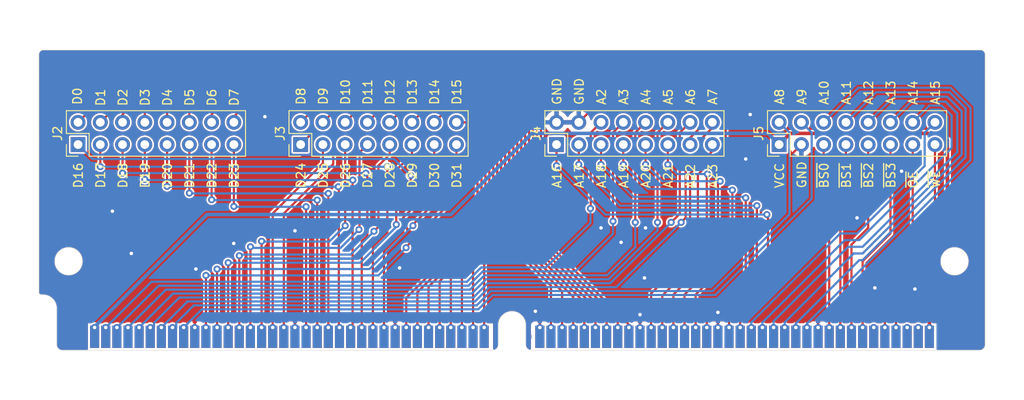
<source format=kicad_pcb>
(kicad_pcb (version 20221018) (generator pcbnew)
  (title_block (title "Raven SRAM module template") (date "2023") (rev "A") (company "www.happydaze.se") (comment 2 "PCB depth : 1.2mm") (comment 3 "Jedec Standard 21-C. Page 4.4.1-1") (comment 4 "72 pin SIMM module for SRAM"))
  (layers (0 "F.Cu" signal) (31 "B.Cu" signal) (34 "B.Paste" user) (35 "F.Paste" user) (36 "B.SilkS" user "B.Silkscreen") (37 "F.SilkS" user "F.Silkscreen") (38 "B.Mask" user) (39 "F.Mask" user) (44 "Edge.Cuts" user))
  (net 0 "")
  (net 1 "VCC")
  (net 2 "A2")
  (net 3 "A3")
  (net 4 "A4")
  (net 5 "A5")
  (net 6 "A6")
  (net 7 "A7")
  (net 8 "A8")
  (net 9 "A9")
  (net 10 "A10")
  (net 11 "A11")
  (net 12 "A12")
  (net 13 "GND")
  (net 14 "D31")
  (net 15 "D30")
  (net 16 "D29")
  (net 17 "D28")
  (net 18 "D27")
  (net 19 "D26")
  (net 20 "D25")
  (net 21 "D24")
  (net 22 "D23")
  (net 23 "D22")
  (net 24 "D21")
  (net 25 "D20")
  (net 26 "D19")
  (net 27 "D18")
  (net 28 "D17")
  (net 29 "D16")
  (net 30 "D15")
  (net 31 "D14")
  (net 32 "D13")
  (net 33 "D12")
  (net 34 "D11")
  (net 35 "D10")
  (net 36 "D9")
  (net 37 "D8")
  (net 38 "D7")
  (net 39 "D6")
  (net 40 "D5")
  (net 41 "D4")
  (net 42 "D3")
  (net 43 "D2")
  (net 44 "D1")
  (net 45 "D0")
  (net 46 "A23")
  (net 47 "A22")
  (net 48 "A21")
  (net 49 "A20")
  (net 50 "A19")
  (net 51 "A18")
  (net 52 "A17")
  (net 53 "A16")
  (net 54 "A15")
  (net 55 "A14")
  (net 56 "A13")
  (net 57 "~{BS0}")
  (net 58 "~{BS1}")
  (net 59 "~{BS2}")
  (net 60 "~{BS3}")
  (net 61 "~{OE}")
  (net 62 "~{WE}")
  (net 63 "unconnected-(J1-nc-Pad67)")
  (net 64 "unconnected-(J1-nc-Pad70)")
  (net 65 "unconnected-(J1-nc-Pad71)")
  (footprint "68k:SIMM72_edge" (layer "F.Cu") (at 51.0258 102.745)
    (fp_text reference "J1" hide)
    (fp_text value "SIMM72" hide)
    (fp_line (start 0 0) (end 0 6.096) (stroke (width 0.05)) (layer "Edge.Cuts"))
    (fp_line (start 0.254 6.35) (end 0.46 6.354793) (stroke (width 0.05)) (layer "Edge.Cuts"))
    (fp_line (start 2.03 12.065) (end 2.03 7.92) (stroke (width 0.05)) (layer "Edge.Cuts"))
    (fp_line (start 51.7652 12.7) (end 2.665 12.7) (stroke (width 0.05)) (layer "Edge.Cuts"))
    (fp_line (start 52.4002 12.065) (end 52.4002 9.8298) (stroke (width 0.05)) (layer "Edge.Cuts"))
    (fp_line (start 55.5498 12.065) (end 55.5498 9.8298) (stroke (width 0.05)) (layer "Edge.Cuts"))
    (fp_line (start 56.1848 12.7) (end 106.68 12.7) (stroke (width 0.05)) (layer "Edge.Cuts"))
    (fp_line (start 107.315 12.7) (end 106.68 12.7) (stroke (width 0.05)) (layer "Edge.Cuts"))
    (fp_line (start 107.95 0) (end 107.95 11.43) (stroke (width 0.05)) (layer "Edge.Cuts"))
    (fp_line (start 107.95 12.065) (end 107.95 11.43) (stroke (width 0.05)) (layer "Edge.Cuts"))
    (fp_arc (start 0.254 6.35) (mid 0.074395 6.275605) (end 0 6.096) (stroke (width 0.05)) (layer "Edge.Cuts"))
    (fp_arc (start 0.46 6.354793) (mid 1.568464 6.812942) (end 2.03 7.92) (stroke (width 0.05)) (layer "Edge.Cuts"))
    (fp_arc (start 2.665 12.7) (mid 2.215987 12.514013) (end 2.03 12.065) (stroke (width 0.05)) (layer "Edge.Cuts"))
    (fp_arc (start 52.4002 9.8298) (mid 53.975 8.255) (end 55.5498 9.8298) (stroke (width 0.05)) (layer "Edge.Cuts"))
    (fp_arc (start 52.4002 12.065) (mid 52.214213 12.514013) (end 51.7652 12.7) (stroke (width 0.05)) (layer "Edge.Cuts"))
    (fp_arc (start 56.1848 12.7) (mid 55.735787 12.514013) (end 55.5498 12.065) (stroke (width 0.05)) (layer "Edge.Cuts"))
    (fp_arc (start 107.95 12.065) (mid 107.764013 12.514013) (end 107.315 12.7) (stroke (width 0.05)) (layer "Edge.Cuts"))
    (fp_circle (center 3.38 2.54) (end 4.953 2.3114) (stroke (width 0.05)) (fill none) (layer "Edge.Cuts"))
    (fp_circle (center 104.4702 2.54) (end 106.0602 2.54) (stroke (width 0.05)) (fill none) (layer "Edge.Cuts"))
  )
  (footprint "Connector_PinHeader_2.54mm:PinHeader_2x08_P2.54mm_Vertical" (layer "F.Cu") (at 55.485 91.955 90)
    (fp_text reference "J2")
    (fp_text value "Conn_02x08_Row_Letter_Last" hide)
  )
  (footprint "Connector_PinHeader_2.54mm:PinHeader_2x08_P2.54mm_Vertical" (layer "F.Cu") (at 80.885 91.955 90)
    (fp_text reference "J3")
    (fp_text value "Conn_02x08_Row_Letter_Last" hide)
  )
  (footprint "Connector_PinHeader_2.54mm:PinHeader_2x08_P2.54mm_Vertical" (layer "F.Cu") (at 135.48 91.955 90)
    (fp_text reference "J5")
    (fp_text value "Conn_02x08_Row_Letter_Last" hide)
  )
  (footprint "Connector_PinHeader_2.54mm:PinHeader_2x08_P2.54mm_Vertical" (layer "F.Cu") (at 110.08 91.955 90)
    (fp_text reference "J4")
    (fp_text value "Conn_02x08_Row_Letter_Last" hide)
  )
  (gr_arc (start 51.025 81.663) (mid 51.17379 81.30379) (end 51.533 81.155) (stroke (width 0.05)) (layer "Edge.Cuts"))
  (gr_arc (start 158.467 81.155) (mid 158.82621 81.30379) (end 158.975 81.663) (stroke (width 0.05)) (layer "Edge.Cuts"))
  (gr_line (start 158.975 84.1776) (end 158.9758 102.745) (stroke (width 0.05)) (layer "Edge.Cuts"))
  (gr_line (start 51.025 84.1776) (end 51.025 81.663) (stroke (width 0.05)) (layer "Edge.Cuts"))
  (gr_line (start 158.975 84.1776) (end 158.975 81.663) (stroke (width 0.05)) (layer "Edge.Cuts"))
  (gr_line (start 51.025 84.1776) (end 51.0258 102.745) (stroke (width 0.05)) (layer "Edge.Cuts"))
  (gr_line (start 158.467 81.155) (end 51.533 81.155) (stroke (width 0.05)) (layer "Edge.Cuts"))
  (gr_text "D7" (at 73.885 87.645 90) (layer "F.SilkS") (effects (font (size 1 1)) (justify left bottom)))
  (gr_text "A23" (at 128.495 97.03 90) (layer "F.SilkS") (effects (font (size 1 1)) (justify left bottom)))
  (gr_text "A12" (at 146.275 87.505 90) (layer "F.SilkS") (effects (font (size 1 1)) (justify left bottom)))
  (gr_text "A20" (at 120.875 97.03 90) (layer "F.SilkS") (effects (font (size 1 1)) (justify left bottom)))
  (gr_text "~{OE}" (at 151.355 97.03 90) (layer "F.SilkS") (effects (font (size 1 1)) (justify left bottom)))
  (gr_text "D25" (at 84.045 97.03 90) (layer "F.SilkS") (effects (font (size 1 1)) (justify left bottom)))
  (gr_text "D22" (at 71.345 97.03 90) (layer "F.SilkS") (effects (font (size 1 1)) (justify left bottom)))
  (gr_text "A15" (at 153.895 87.505 90) (layer "F.SilkS") (effects (font (size 1 1)) (justify left bottom)))
  (gr_text "D0" (at 56 87.505 90) (layer "F.SilkS") (effects (font (size 1 1)) (justify left bottom)))
  (gr_text "A21" (at 123.415 97.03 90) (layer "F.SilkS") (effects (font (size 1 1)) (justify left bottom)))
  (gr_text "A11" (at 143.735 87.505 90) (layer "F.SilkS") (effects (font (size 1 1)) (justify left bottom)))
  (gr_text "A9" (at 138.655 87.505 90) (layer "F.SilkS") (effects (font (size 1 1)) (justify left bottom)))
  (gr_text "D30" (at 96.745 97.03 90) (layer "F.SilkS") (effects (font (size 1 1)) (justify left bottom)))
  (gr_text "D19" (at 63.725 97.03 90) (layer "F.SilkS") (effects (font (size 1 1)) (justify left bottom)))
  (gr_text "D29" (at 94.205 97.03 90) (layer "F.SilkS") (effects (font (size 1 1)) (justify left bottom)))
  (gr_text "D1" (at 58.645 87.645 90) (layer "F.SilkS") (effects (font (size 1 1)) (justify left bottom)))
  (gr_text "D10" (at 86.585 87.505 90) (layer "F.SilkS") (effects (font (size 1 1)) (justify left bottom)))
  (gr_text "D23" (at 73.885 97.03 90) (layer "F.SilkS") (effects (font (size 1 1)) (justify left bottom)))
  (gr_text "A6" (at 125.955 87.505 90) (layer "F.SilkS") (effects (font (size 1 1)) (justify left bottom)))
  (gr_text "D24" (at 81.505 97.03 90) (layer "F.SilkS") (effects (font (size 1 1)) (justify left bottom)))
  (gr_text "D13" (at 94.205 87.505 90) (layer "F.SilkS") (effects (font (size 1 1)) (justify left bottom)))
  (gr_text "A19" (at 118.335 97.03 90) (layer "F.SilkS") (effects (font (size 1 1)) (justify left bottom)))
  (gr_text "D11" (at 89.125 87.505 90) (layer "F.SilkS") (effects (font (size 1 1)) (justify left bottom)))
  (gr_text "D4" (at 66.265 87.645 90) (layer "F.SilkS") (effects (font (size 1 1)) (justify left bottom)))
  (gr_text "A13" (at 148.815 87.505 90) (layer "F.SilkS") (effects (font (size 1 1)) (justify left bottom)))
  (gr_text "D5" (at 68.805 87.645 90) (layer "F.SilkS") (effects (font (size 1 1)) (justify left bottom)))
  (gr_text "A7" (at 128.495 87.505 90) (layer "F.SilkS") (effects (font (size 1 1)) (justify left bottom)))
  (gr_text "A16" (at 110.715 97.03 90) (layer "F.SilkS") (effects (font (size 1 1)) (justify left bottom)))
  (gr_text "D16" (at 56.105 97.03 90) (layer "F.SilkS") (effects (font (size 1 1)) (justify left bottom)))
  (gr_text "A8" (at 136.115 87.505 90) (layer "F.SilkS") (effects (font (size 1 1)) (justify left bottom)))
  (gr_text "D9" (at 84.045 87.505 90) (layer "F.SilkS") (effects (font (size 1 1)) (justify left bottom)))
  (gr_text "~{WE}" (at 153.895 97.03 90) (layer "F.SilkS") (effects (font (size 1 1)) (justify left bottom)))
  (gr_text "VCC" (at 136.115 97.03 90) (layer "F.SilkS") (effects (font (size 1 1)) (justify left bottom)))
  (gr_text "~{BS3}" (at 148.815 97.03 90) (layer "F.SilkS") (effects (font (size 1 1)) (justify left bottom)))
  (gr_text "D26" (at 86.585 97.03 90) (layer "F.SilkS") (effects (font (size 1 1)) (justify left bottom)))
  (gr_text "D14" (at 96.745 87.505 90) (layer "F.SilkS") (effects (font (size 1 1)) (justify left bottom)))
  (gr_text "D6" (at 71.345 87.645 90) (layer "F.SilkS") (effects (font (size 1 1)) (justify left bottom)))
  (gr_text "GND" (at 110.715 87.505 90) (layer "F.SilkS") (effects (font (size 1 1)) (justify left bottom)))
  (gr_text "A4" (at 120.875 87.505 90) (layer "F.SilkS") (effects (font (size 1 1)) (justify left bottom)))
  (gr_text "A2" (at 115.795 87.505 90) (layer "F.SilkS") (effects (font (size 1 1)) (justify left bottom)))
  (gr_text "A10" (at 141.195 87.505 90) (layer "F.SilkS") (effects (font (size 1 1)) (justify left bottom)))
  (gr_text "D28" (at 91.665 97.03 90) (layer "F.SilkS") (effects (font (size 1 1)) (justify left bottom)))
  (gr_text "D31" (at 99.285 97.03 90) (layer "F.SilkS") (effects (font (size 1 1)) (justify left bottom)))
  (gr_text "~{BS0}" (at 141.195 97.03 90) (layer "F.SilkS") (effects (font (size 1 1)) (justify left bottom)))
  (gr_text "D21" (at 68.805 97.03 90) (layer "F.SilkS") (effects (font (size 1 1)) (justify left bottom)))
  (gr_text "GND" (at 113.255 87.505 90) (layer "F.SilkS") (effects (font (size 1 1)) (justify left bottom)))
  (gr_text "A18" (at 115.795 97.03 90) (layer "F.SilkS") (effects (font (size 1 1)) (justify left bottom)))
  (gr_text "A17" (at 113.255 97.03 90) (layer "F.SilkS") (effects (font (size 1 1)) (justify left bottom)))
  (gr_text "D2" (at 61.185 87.645 90) (layer "F.SilkS") (effects (font (size 1 1)) (justify left bottom)))
  (gr_text "D27" (at 89.125 97.03 90) (layer "F.SilkS") (effects (font (size 1 1)) (justify left bottom)))
  (gr_text "~{BS2}" (at 146.275 97.03 90) (layer "F.SilkS") (effects (font (size 1 1)) (justify left bottom)))
  (gr_text "D17" (at 58.645 97.03 90) (layer "F.SilkS") (effects (font (size 1 1)) (justify left bottom)))
  (gr_text "D15" (at 99.285 87.505 90) (layer "F.SilkS") (effects (font (size 1 1)) (justify left bottom)))
  (gr_text "D8" (at 81.505 87.505 90) (layer "F.SilkS") (effects (font (size 1 1)) (justify left bottom)))
  (gr_text "A3" (at 118.335 87.505 90) (layer "F.SilkS") (effects (font (size 1 1)) (justify left bottom)))
  (gr_text "D18" (at 61.185 97.03 90) (layer "F.SilkS") (effects (font (size 1 1)) (justify left bottom)))
  (gr_text "A5" (at 123.415 87.505 90) (layer "F.SilkS") (effects (font (size 1 1)) (justify left bottom)))
  (gr_text "A14" (at 151.355 87.505 90) (layer "F.SilkS") (effects (font (size 1 1)) (justify left bottom)))
  (gr_text "GND" (at 138.655 97.03 90) (layer "F.SilkS") (effects (font (size 1 1)) (justify left bottom)))
  (gr_text "D20" (at 66.265 97.03 90) (layer "F.SilkS") (effects (font (size 1 1)) (justify left bottom)))
  (gr_text "D12" (at 91.665 87.505 90) (layer "F.SilkS") (effects (font (size 1 1)) (justify left bottom)))
  (gr_text "~{BS1}" (at 143.735 97.03 90) (layer "F.SilkS") (effects (font (size 1 1)) (justify left bottom)))
  (gr_text "A22" (at 125.955 97.03 90) (layer "F.SilkS") (effects (font (size 1 1)) (justify left bottom)))
  (gr_text "D3" (at 63.725 87.645 90) (layer "F.SilkS") (effects (font (size 1 1)) (justify left bottom)))
  (segment (start 154.6824 101.9576) (end 152.625 104.015) (width 0.4064) (layer "F.Cu") (net 1))
  (segment (start 152.625 104.015) (end 152.625 112.8542) (width 0.4064) (layer "F.Cu") (net 1))
  (segment (start 153.895 90.68) (end 154.6824 91.4674) (width 0.4064) (layer "F.Cu") (net 1))
  (segment (start 135.48 91.955) (end 136.755 90.68) (width 0.4064) (layer "F.Cu") (net 1))
  (segment (start 154.6824 91.4674) (end 154.6824 101.9576) (width 0.4064) (layer "F.Cu") (net 1))
  (segment (start 136.755 90.68) (end 153.895 90.68) (width 0.4064) (layer "F.Cu") (net 1))
  (via (at 57.375 112.8542) (size 0.8) (drill 0.4) (layers "F.Cu" "B.Cu") (net 1))
  (via (at 152.625 112.8542) (size 0.8) (drill 0.4) (layers "F.Cu" "B.Cu") (net 1))
  (segment (start 70.202 99.951) (end 57.375 112.778) (width 0.4064) (layer "B.Cu") (net 1))
  (segment (start 134.205 90.68) (end 107.286 90.68) (width 0.4064) (layer "B.Cu") (net 1))
  (segment (start 98.015 99.951) (end 70.202 99.951) (width 0.4064) (layer "B.Cu") (net 1))
  (segment (start 135.48 91.955) (end 134.205 90.68) (width 0.4064) (layer "B.Cu") (net 1))
  (segment (start 107.286 90.68) (end 98.015 99.951) (width 0.4064) (layer "B.Cu") (net 1))
  (segment (start 57.375 112.778) (end 57.375 112.8542) (width 0.4064) (layer "B.Cu") (net 1))
  (segment (start 113.985 90.59) (end 115.16 89.415) (width 0.25) (layer "F.Cu") (net 2))
  (segment (start 113.949201 99.256799) (end 113.985 99.221) (width 0.25) (layer "F.Cu") (net 2))
  (segment (start 113.985 99.221) (end 113.985 90.59) (width 0.25) (layer "F.Cu") (net 2))
  (via (at 113.949201 99.256799) (size 0.8) (drill 0.4) (layers "F.Cu" "B.Cu") (net 2))
  (via (at 58.645 112.8542) (size 0.8) (drill 0.4) (layers "F.Cu" "B.Cu") (net 2))
  (segment (start 108.865 105.992) (end 101.48504 105.992) (width 0.25) (layer "B.Cu") (net 2))
  (segment (start 99.84784 107.6292) (end 63.87 107.6292) (width 0.25) (layer "B.Cu") (net 2))
  (segment (start 113.949201 100.907799) (end 108.865 105.992) (width 0.25) (layer "B.Cu") (net 2))
  (segment (start 63.87 107.6292) (end 58.645 112.8542) (width 0.25) (layer "B.Cu") (net 2))
  (segment (start 113.949201 99.256799) (end 113.949201 100.907799) (width 0.25) (layer "B.Cu") (net 2))
  (segment (start 101.48504 105.992) (end 99.84784 107.6292) (width 0.25) (layer "B.Cu") (net 2))
  (segment (start 116.525 90.59) (end 117.7 89.415) (width 0.25) (layer "F.Cu") (net 3))
  (segment (start 116.525 100.713) (end 116.525 90.59) (width 0.25) (layer "F.Cu") (net 3))
  (via (at 116.525 100.713) (size 0.8) (drill 0.4) (layers "F.Cu" "B.Cu") (net 3))
  (via (at 59.915 112.8542) (size 0.8) (drill 0.4) (layers "F.Cu" "B.Cu") (net 3))
  (segment (start 100.034236 108.0792) (end 64.69 108.0792) (width 0.25) (layer "B.Cu") (net 3))
  (segment (start 116.525 102.142) (end 112.225 106.442) (width 0.25) (layer "B.Cu") (net 3))
  (segment (start 64.69 108.0792) (end 59.915 112.8542) (width 0.25) (layer "B.Cu") (net 3))
  (segment (start 116.525 100.713) (end 116.525 102.142) (width 0.25) (layer "B.Cu") (net 3))
  (segment (start 112.225 106.442) (end 101.671436 106.442) (width 0.25) (layer "B.Cu") (net 3))
  (segment (start 101.671436 106.442) (end 100.034236 108.0792) (width 0.25) (layer "B.Cu") (net 3))
  (segment (start 119.065 90.59) (end 120.24 89.415) (width 0.25) (layer "F.Cu") (net 4))
  (segment (start 119.065 100.84) (end 119.065 90.59) (width 0.25) (layer "F.Cu") (net 4))
  (via (at 61.185 112.8542) (size 0.8) (drill 0.4) (layers "F.Cu" "B.Cu") (net 4))
  (via (at 119.065 100.84) (size 0.8) (drill 0.4) (layers "F.Cu" "B.Cu") (net 4))
  (segment (start 119.065 103.663208) (end 115.836208 106.892) (width 0.25) (layer "B.Cu") (net 4))
  (segment (start 100.220632 108.5292) (end 65.51 108.5292) (width 0.25) (layer "B.Cu") (net 4))
  (segment (start 101.857832 106.892) (end 100.220632 108.5292) (width 0.25) (layer "B.Cu") (net 4))
  (segment (start 119.065 100.84) (end 119.065 103.663208) (width 0.25) (layer "B.Cu") (net 4))
  (segment (start 65.51 108.5292) (end 61.185 112.8542) (width 0.25) (layer "B.Cu") (net 4))
  (segment (start 115.836208 106.892) (end 101.857832 106.892) (width 0.25) (layer "B.Cu") (net 4))
  (segment (start 121.605 90.59) (end 122.78 89.415) (width 0.25) (layer "F.Cu") (net 5))
  (segment (start 121.605 100.84) (end 121.605 90.59) (width 0.25) (layer "F.Cu") (net 5))
  (via (at 121.605 100.84) (size 0.8) (drill 0.4) (layers "F.Cu" "B.Cu") (net 5))
  (via (at 62.455 112.8542) (size 0.8) (drill 0.4) (layers "F.Cu" "B.Cu") (net 5))
  (segment (start 121.605 100.84) (end 121.605 101.759604) (width 0.25) (layer "B.Cu") (net 5))
  (segment (start 116.022604 107.342) (end 102.044228 107.342) (width 0.25) (layer "B.Cu") (net 5))
  (segment (start 100.407028 108.9792) (end 66.33 108.9792) (width 0.25) (layer "B.Cu") (net 5))
  (segment (start 121.605 101.759604) (end 116.022604 107.342) (width 0.25) (layer "B.Cu") (net 5))
  (segment (start 102.044228 107.342) (end 100.407028 108.9792) (width 0.25) (layer "B.Cu") (net 5))
  (segment (start 66.33 108.9792) (end 62.455 112.8542) (width 0.25) (layer "B.Cu") (net 5))
  (segment (start 124.145 90.59) (end 125.32 89.415) (width 0.25) (layer "F.Cu") (net 6))
  (segment (start 124.145 99.856) (end 124.145 90.59) (width 0.25) (layer "F.Cu") (net 6))
  (segment (start 123.161 100.84) (end 124.145 99.856) (width 0.25) (layer "F.Cu") (net 6))
  (via (at 63.725 112.8542) (size 0.8) (drill 0.4) (layers "F.Cu" "B.Cu") (net 6))
  (via (at 123.161 100.84) (size 0.8) (drill 0.4) (layers "F.Cu" "B.Cu") (net 6))
  (segment (start 63.725 112.8542) (end 64.15 112.8542) (width 0.25) (layer "B.Cu") (net 6))
  (segment (start 64.15 112.8542) (end 64.15 112.326) (width 0.25) (layer "B.Cu") (net 6))
  (segment (start 64.15 112.326) (end 67.0468 109.4292) (width 0.25) (layer "B.Cu") (net 6))
  (segment (start 102.230624 107.792) (end 116.209 107.792) (width 0.25) (layer "B.Cu") (net 6))
  (segment (start 67.0468 109.4292) (end 100.593424 109.4292) (width 0.25) (layer "B.Cu") (net 6))
  (segment (start 100.593424 109.4292) (end 102.230624 107.792) (width 0.25) (layer "B.Cu") (net 6))
  (segment (start 116.209 107.792) (end 123.161 100.84) (width 0.25) (layer "B.Cu") (net 6))
  (segment (start 124.812 94.617) (end 126.59 92.839) (width 0.25) (layer "F.Cu") (net 7))
  (segment (start 124.304 100.84) (end 124.812 100.332) (width 0.25) (layer "F.Cu") (net 7))
  (segment (start 127.86 90.045) (end 127.86 89.415) (width 0.25) (layer "F.Cu") (net 7))
  (segment (start 126.59 91.315) (end 127.86 90.045) (width 0.25) (layer "F.Cu") (net 7))
  (segment (start 126.59 92.839) (end 126.59 91.315) (width 0.25) (layer "F.Cu") (net 7))
  (segment (start 124.812 100.332) (end 124.812 94.617) (width 0.25) (layer "F.Cu") (net 7))
  (via (at 124.304 100.84) (size 0.8) (drill 0.4) (layers "F.Cu" "B.Cu") (net 7))
  (via (at 64.995 112.8542) (size 0.8) (drill 0.4) (layers "F.Cu" "B.Cu") (net 7))
  (segment (start 124.304 100.84) (end 116.902 108.242) (width 0.25) (layer "B.Cu") (net 7))
  (segment (start 100.77982 109.8792) (end 67.97 109.8792) (width 0.25) (layer "B.Cu") (net 7))
  (segment (start 116.902 108.242) (end 102.41702 108.242) (width 0.25) (layer "B.Cu") (net 7))
  (segment (start 102.41702 108.242) (end 100.77982 109.8792) (width 0.25) (layer "B.Cu") (net 7))
  (segment (start 67.97 109.8792) (end 64.995 112.8542) (width 0.25) (layer "B.Cu") (net 7))
  (via (at 66.265 112.8542) (size 0.8) (drill 0.4) (layers "F.Cu" "B.Cu") (net 8))
  (segment (start 66.69 112.8542) (end 66.69 112.326) (width 0.25) (layer "B.Cu") (net 8))
  (segment (start 100.966216 110.3292) (end 102.603416 108.692) (width 0.25) (layer "B.Cu") (net 8))
  (segment (start 66.265 112.8542) (end 66.69 112.8542) (width 0.25) (layer "B.Cu") (net 8))
  (segment (start 66.69 112.326) (end 68.6868 110.3292) (width 0.25) (layer "B.Cu") (net 8))
  (segment (start 68.6868 110.3292) (end 100.966216 110.3292) (width 0.25) (layer "B.Cu") (net 8))
  (segment (start 102.603416 108.692) (end 127.882 108.692) (width 0.25) (layer "B.Cu") (net 8))
  (segment (start 136.655 99.919) (end 136.655 90.59) (width 0.25) (layer "B.Cu") (net 8))
  (segment (start 136.655 90.59) (end 135.48 89.415) (width 0.25) (layer "B.Cu") (net 8))
  (segment (start 127.882 108.692) (end 136.655 99.919) (width 0.25) (layer "B.Cu") (net 8))
  (via (at 67.535 112.8542) (size 0.8) (drill 0.4) (layers "F.Cu" "B.Cu") (net 9))
  (segment (start 139.195 98.141) (end 128.194 109.142) (width 0.25) (layer "B.Cu") (net 9))
  (segment (start 101.152612 110.7792) (end 69.61 110.7792) (width 0.25) (layer "B.Cu") (net 9))
  (segment (start 102.789812 109.142) (end 101.152612 110.7792) (width 0.25) (layer "B.Cu") (net 9))
  (segment (start 128.194 109.142) (end 102.789812 109.142) (width 0.25) (layer "B.Cu") (net 9))
  (segment (start 69.61 110.7792) (end 67.535 112.8542) (width 0.25) (layer "B.Cu") (net 9))
  (segment (start 139.195 90.59) (end 139.195 98.141) (width 0.25) (layer "B.Cu") (net 9))
  (segment (start 138.02 89.415) (end 139.195 90.59) (width 0.25) (layer "B.Cu") (net 9))
  (via (at 138.655 112.8542) (size 0.8) (drill 0.4) (layers "F.Cu" "B.Cu") (net 10))
  (segment (start 157.324 87.754812) (end 155.031188 85.462) (width 0.25) (layer "B.Cu") (net 10))
  (segment (start 157.324 93.728) (end 157.324 87.754812) (width 0.25) (layer "B.Cu") (net 10))
  (segment (start 155.031188 85.462) (end 144.513 85.462) (width 0.25) (layer "B.Cu") (net 10))
  (segment (start 144.513 85.462) (end 140.56 89.415) (width 0.25) (layer "B.Cu") (net 10))
  (segment (start 138.655 112.8542) (end 138.655 112.397) (width 0.25) (layer "B.Cu") (net 10))
  (segment (start 138.655 112.397) (end 157.324 93.728) (width 0.25) (layer "B.Cu") (net 10))
  (via (at 137.385 112.8542) (size 0.8) (drill 0.4) (layers "F.Cu" "B.Cu") (net 11))
  (segment (start 154.913792 85.981) (end 146.534 85.981) (width 0.25) (layer "B.Cu") (net 11))
  (segment (start 146.534 85.981) (end 143.1 89.415) (width 0.25) (layer "B.Cu") (net 11))
  (segment (start 144.624 105.158) (end 145.005 105.158) (width 0.25) (layer "B.Cu") (net 11))
  (segment (start 137.385 112.397) (end 144.624 105.158) (width 0.25) (layer "B.Cu") (net 11))
  (segment (start 137.385 112.8542) (end 137.385 112.397) (width 0.25) (layer "B.Cu") (net 11))
  (segment (start 156.758 93.405) (end 156.758 87.825208) (width 0.25) (layer "B.Cu") (net 11))
  (segment (start 145.005 105.158) (end 156.758 93.405) (width 0.25) (layer "B.Cu") (net 11))
  (segment (start 156.758 87.825208) (end 154.913792 85.981) (width 0.25) (layer "B.Cu") (net 11))
  (via (at 136.115 112.8542) (size 0.8) (drill 0.4) (layers "F.Cu" "B.Cu") (net 12))
  (segment (start 156.308 93.093) (end 156.308 88.139302) (width 0.25) (layer "B.Cu") (net 12))
  (segment (start 156.308 88.139302) (end 154.657698 86.489) (width 0.25) (layer "B.Cu") (net 12))
  (segment (start 154.657698 86.489) (end 148.566 86.489) (width 0.25) (layer "B.Cu") (net 12))
  (segment (start 136.115 112.8542) (end 136.115 112.27) (width 0.25) (layer "B.Cu") (net 12))
  (segment (start 143.989 104.396) (end 145.005 104.396) (width 0.25) (layer "B.Cu") (net 12))
  (segment (start 148.566 86.489) (end 145.64 89.415) (width 0.25) (layer "B.Cu") (net 12))
  (segment (start 145.005 104.396) (end 156.308 93.093) (width 0.25) (layer "B.Cu") (net 12))
  (segment (start 136.115 112.27) (end 143.989 104.396) (width 0.25) (layer "B.Cu") (net 12))
  (segment (start 108.175 111.508) (end 107.667 111) (width 0.25) (layer "F.Cu") (net 13))
  (segment (start 110.08 89.415) (end 112.62 89.415) (width 0.25) (layer "F.Cu") (net 13))
  (segment (start 119.605 112.8542) (end 119.605 111.381) (width 0.25) (layer "F.Cu") (net 13))
  (segment (start 139.925 112.8542) (end 139.925 104.015) (width 0.25) (layer "F.Cu") (net 13))
  (segment (start 108.175 112.8542) (end 108.175 111.508) (width 0.25) (layer "F.Cu") (net 13))
  (segment (start 80.235 101.8052) (end 80.235 112.8542) (width 0.25) (layer "F.Cu") (net 13))
  (segment (start 128.965 87.79) (end 134.395 93.22) (width 0.25) (layer "F.Cu") (net 13))
  (segment (start 139.925 104.015) (end 138.02 102.11) (width 0.25) (layer "F.Cu") (net 13))
  (segment (start 68.805 112.8542) (end 68.805 106.301) (width 0.25) (layer "F.Cu") (net 13))
  (segment (start 112.62 89.415) (end 114.245 87.79) (width 0.25) (layer "F.Cu") (net 13))
  (segment (start 114.245 87.79) (end 128.965 87.79) (width 0.25) (layer "F.Cu") (net 13))
  (segment (start 68.805 106.301) (end 68.932 106.174) (width 0.25) (layer "F.Cu") (net 13))
  (segment (start 136.755 93.22) (end 138.02 91.955) (width 0.25) (layer "F.Cu") (net 13))
  (segment (start 138.02 102.11) (end 138.02 91.955) (width 0.25) (layer "F.Cu") (net 13))
  (segment (start 128.495 112.8542) (end 128.495 111.127) (width 0.25) (layer "F.Cu") (net 13))
  (segment (start 134.395 93.22) (end 136.755 93.22) (width 0.25) (layer "F.Cu") (net 13))
  (segment (start 91.665 112.8542) (end 91.665 106.555) (width 0.25) (layer "F.Cu") (net 13))
  (segment (start 91.665 106.555) (end 92.173 106.047) (width 0.25) (layer "F.Cu") (net 13))
  (via (at 128.495 112.8542) (size 0.8) (drill 0.4) (layers "F.Cu" "B.Cu") (net 13))
  (via (at 149.45 94.998) (size 0.8) (drill 0.4) (layers "F.Cu" "B.Cu") (net 13))
  (via (at 68.805 112.8542) (size 0.8) (drill 0.4) (layers "F.Cu" "B.Cu") (net 13))
  (via (at 131.67 93.601) (size 0.8) (drill 0.4) (layers "F.Cu" "B.Cu") (net 13))
  (via (at 115.16 101.475) (size 0.8) (drill 0.4) (layers "F.Cu" "B.Cu") (net 13))
  (via (at 73.25 103.253) (size 0.8) (drill 0.4) (layers "F.Cu" "B.Cu") (net 13))
  (via (at 68.932 106.174) (size 0.8) (drill 0.4) (layers "F.Cu" "B.Cu") (net 13))
  (via (at 61.566 104.396) (size 0.8) (drill 0.4) (layers "F.Cu" "B.Cu") (net 13))
  (via (at 76.806 88.775) (size 0.8) (drill 0.4) (layers "F.Cu" "B.Cu") (net 13))
  (via (at 91.665 112.8542) (size 0.8) (drill 0.4) (layers "F.Cu" "B.Cu") (net 13))
  (via (at 117.446 103.126) (size 0.8) (drill 0.4) (layers "F.Cu" "B.Cu") (net 13))
  (via (at 120.24 101.475) (size 0.8) (drill 0.4) (layers "F.Cu" "B.Cu") (net 13))
  (via (at 132.178 88.521) (size 0.8) (drill 0.4) (layers "F.Cu" "B.Cu") (net 13))
  (via (at 107.667 111) (size 0.8) (drill 0.4) (layers "F.Cu" "B.Cu") (net 13))
  (via (at 108.175 112.8542) (size 0.8) (drill 0.4) (layers "F.Cu" "B.Cu") (net 13))
  (via (at 139.925 112.8542) (size 0.8) (drill 0.4) (layers "F.Cu" "B.Cu") (net 13))
  (via (at 119.605 111.381) (size 0.8) (drill 0.4) (layers "F.Cu" "B.Cu") (net 13))
  (via (at 120.113 107.19) (size 0.8) (drill 0.4) (layers "F.Cu" "B.Cu") (net 13))
  (via (at 128.495 111.127) (size 0.8) (drill 0.4) (layers "F.Cu" "B.Cu") (net 13))
  (via (at 59.407 99.57) (size 0.8) (drill 0.4) (layers "F.Cu" "B.Cu") (net 13))
  (via (at 92.173 106.047) (size 0.8) (drill 0.4) (layers "F.Cu" "B.Cu") (net 13))
  (via (at 144.37 100.332) (size 0.8) (drill 0.4) (layers "F.Cu" "B.Cu") (net 13))
  (via (at 146.402 108.333) (size 0.8) (drill 0.4) (layers "F.Cu" "B.Cu") (net 13))
  (via (at 150.974 108.46) (size 0.8) (drill 0.4) (layers "F.Cu" "B.Cu") (net 13))
  (via (at 119.605 112.8542) (size 0.8) (drill 0.4) (layers "F.Cu" "B.Cu") (net 13))
  (via (at 80.235 112.8542) (size 0.8) (drill 0.4) (layers "F.Cu" "B.Cu") (net 13))
  (via (at 80.235 101.8052) (size 0.8) (drill 0.4) (layers "F.Cu" "B.Cu") (net 13))
  (segment (start 92.917201 103.651799) (end 98.665 97.904) (width 0.25) (layer "F.Cu") (net 14))
  (segment (start 92.917201 103.743201) (end 92.917201 103.651799) (width 0.25) (layer "F.Cu") (net 14))
  (segment (start 98.665 97.904) (end 98.665 91.955) (width 0.25) (layer "F.Cu") (net 14))
  (segment (start 70.075 106.9047) (end 70.075 112.8542) (width 0.25) (layer "F.Cu") (net 14))
  (via (at 70.075 112.8542) (size 0.8) (drill 0.4) (layers "F.Cu" "B.Cu") (net 14))
  (via (at 92.917201 103.743201) (size 0.8) (drill 0.4) (layers "F.Cu" "B.Cu") (net 14))
  (via (at 70.075 106.9047) (size 0.8) (drill 0.4) (layers "F.Cu" "B.Cu") (net 14))
  (segment (start 89.755702 106.9047) (end 86.423908 106.9047) (width 0.25) (layer "B.Cu") (net 14))
  (segment (start 92.917201 103.743201) (end 89.755702 106.9047) (width 0.25) (layer "B.Cu") (net 14))
  (segment (start 86.423408 106.9052) (end 70.0755 106.9052) (width 0.25) (layer "B.Cu") (net 14))
  (segment (start 86.423908 106.9047) (end 86.423408 106.9052) (width 0.25) (layer "B.Cu") (net 14))
  (segment (start 70.0755 106.9052) (end 70.075 106.9047) (width 0.25) (layer "B.Cu") (net 14))
  (segment (start 71.345 106.1802) (end 71.345 112.8542) (width 0.25) (layer "F.Cu") (net 15))
  (segment (start 93.697 101.094) (end 96.125 98.666) (width 0.25) (layer "F.Cu") (net 15))
  (segment (start 93.697 101.221) (end 93.697 101.094) (width 0.25) (layer "F.Cu") (net 15))
  (segment (start 96.125 98.666) (end 96.125 91.955) (width 0.25) (layer "F.Cu") (net 15))
  (via (at 71.345 112.8542) (size 0.8) (drill 0.4) (layers "F.Cu" "B.Cu") (net 15))
  (via (at 93.697 101.221) (size 0.8) (drill 0.4) (layers "F.Cu" "B.Cu") (net 15))
  (via (at 71.345 106.1802) (size 0.8) (drill 0.4) (layers "F.Cu" "B.Cu") (net 15))
  (segment (start 93.697 101.221) (end 88.7378 106.1802) (width 0.25) (layer "B.Cu") (net 15))
  (segment (start 88.7378 106.1802) (end 71.345 106.1802) (width 0.25) (layer "B.Cu") (net 15))
  (segment (start 91.792 101.094) (end 91.792 94.871) (width 0.25) (layer "F.Cu") (net 16))
  (segment (start 72.615 105.4557) (end 72.615 112.8542) (width 0.25) (layer "F.Cu") (net 16))
  (segment (start 91.792 94.871) (end 93.585 93.078) (width 0.25) (layer "F.Cu") (net 16))
  (segment (start 93.585 93.078) (end 93.585 91.955) (width 0.25) (layer "F.Cu") (net 16))
  (via (at 72.615 112.8542) (size 0.8) (drill 0.4) (layers "F.Cu" "B.Cu") (net 16))
  (via (at 72.615 105.4557) (size 0.8) (drill 0.4) (layers "F.Cu" "B.Cu") (net 16))
  (via (at 91.792 101.094) (size 0.8) (drill 0.4) (layers "F.Cu" "B.Cu") (net 16))
  (segment (start 91.792 101.348) (end 87.6843 105.4557) (width 0.25) (layer "B.Cu") (net 16))
  (segment (start 91.792 101.094) (end 91.792 101.348) (width 0.25) (layer "B.Cu") (net 16))
  (segment (start 87.6843 105.4557) (end 72.615 105.4557) (width 0.25) (layer "B.Cu") (net 16))
  (segment (start 89.252 101.856) (end 89.76 101.348) (width 0.25) (layer "F.Cu") (net 17))
  (segment (start 73.885 104.65) (end 73.885 112.8542) (width 0.25) (layer "F.Cu") (net 17))
  (segment (start 89.76 101.348) (end 89.76 94.363) (width 0.25) (layer "F.Cu") (net 17))
  (segment (start 91.045 93.078) (end 91.045 91.955) (width 0.25) (layer "F.Cu") (net 17))
  (segment (start 89.76 94.363) (end 91.045 93.078) (width 0.25) (layer "F.Cu") (net 17))
  (via (at 73.885 112.8542) (size 0.8) (drill 0.4) (layers "F.Cu" "B.Cu") (net 17))
  (via (at 73.885 104.65) (size 0.8) (drill 0.4) (layers "F.Cu" "B.Cu") (net 17))
  (via (at 89.252 101.856) (size 0.8) (drill 0.4) (layers "F.Cu" "B.Cu") (net 17))
  (segment (start 74.012 104.523) (end 73.885 104.65) (width 0.25) (layer "B.Cu") (net 17))
  (segment (start 89.252 101.856) (end 86.585 104.523) (width 0.25) (layer "B.Cu") (net 17))
  (segment (start 86.585 104.523) (end 74.012 104.523) (width 0.25) (layer "B.Cu") (net 17))
  (segment (start 87.5375 101.6655) (end 87.601 101.602) (width 0.25) (layer "F.Cu") (net 18))
  (segment (start 75.155 103.634) (end 75.155 112.8542) (width 0.25) (layer "F.Cu") (net 18))
  (segment (start 87.601 101.602) (end 87.601 92.859) (width 0.25) (layer "F.Cu") (net 18))
  (segment (start 87.601 92.859) (end 88.505 91.955) (width 0.25) (layer "F.Cu") (net 18))
  (via (at 75.155 103.634) (size 0.8) (drill 0.4) (layers "F.Cu" "B.Cu") (net 18))
  (via (at 75.155 112.8542) (size 0.8) (drill 0.4) (layers "F.Cu" "B.Cu") (net 18))
  (via (at 87.5375 101.6655) (size 0.8) (drill 0.4) (layers "F.Cu" "B.Cu") (net 18))
  (segment (start 87.5375 101.6655) (end 85.442 103.761) (width 0.25) (layer "B.Cu") (net 18))
  (segment (start 85.442 103.761) (end 75.282 103.761) (width 0.25) (layer "B.Cu") (net 18))
  (segment (start 75.282 103.761) (end 75.155 103.634) (width 0.25) (layer "B.Cu") (net 18))
  (segment (start 85.965 101.221) (end 85.965 91.955) (width 0.25) (layer "F.Cu") (net 19))
  (segment (start 76.425 102.999) (end 76.425 112.8542) (width 0.25) (layer "F.Cu") (net 19))
  (via (at 76.425 112.8542) (size 0.8) (drill 0.4) (layers "F.Cu" "B.Cu") (net 19))
  (via (at 85.965 101.221) (size 0.8) (drill 0.4) (layers "F.Cu" "B.Cu") (net 19))
  (via (at 76.425 102.999) (size 0.8) (drill 0.4) (layers "F.Cu" "B.Cu") (net 19))
  (segment (start 76.4625 103.0365) (end 76.425 102.999) (width 0.25) (layer "B.Cu") (net 19))
  (segment (start 84.1495 103.0365) (end 76.4625 103.0365) (width 0.25) (layer "B.Cu") (net 19))
  (segment (start 85.965 101.221) (end 84.1495 103.0365) (width 0.25) (layer "B.Cu") (net 19))
  (segment (start 83.425 94.094) (end 77.695 99.824) (width 0.25) (layer "F.Cu") (net 20))
  (segment (start 83.425 91.955) (end 83.425 94.094) (width 0.25) (layer "F.Cu") (net 20))
  (segment (start 77.695 99.824) (end 77.695 112.8542) (width 0.25) (layer "F.Cu") (net 20))
  (via (at 77.695 112.8542) (size 0.8) (drill 0.4) (layers "F.Cu" "B.Cu") (net 20))
  (segment (start 84.6 91.235) (end 84.6 94.189) (width 0.25) (layer "F.Cu") (net 21))
  (segment (start 82.25 90.59) (end 83.955 90.59) (width 0.25) (layer "F.Cu") (net 21))
  (segment (start 78.965 99.824) (end 78.965 112.8542) (width 0.25) (layer "F.Cu") (net 21))
  (segment (start 84.6 94.189) (end 78.965 99.824) (width 0.25) (layer "F.Cu") (net 21))
  (segment (start 80.885 91.955) (end 82.25 90.59) (width 0.25) (layer "F.Cu") (net 21))
  (segment (start 83.955 90.59) (end 84.6 91.235) (width 0.25) (layer "F.Cu") (net 21))
  (via (at 78.965 112.8542) (size 0.8) (drill 0.4) (layers "F.Cu" "B.Cu") (net 21))
  (segment (start 73.265 99.0245) (end 73.265 91.955) (width 0.25) (layer "F.Cu") (net 22))
  (segment (start 81.505 112.8542) (end 81.505 99.062) (width 0.25) (layer "F.Cu") (net 22))
  (via (at 81.505 99.062) (size 0.8) (drill 0.4) (layers "F.Cu" "B.Cu") (net 22))
  (via (at 81.505 112.8542) (size 0.8) (drill 0.4) (layers "F.Cu" "B.Cu") (net 22))
  (via (at 73.265 99.0245) (size 0.8) (drill 0.4) (layers "F.Cu" "B.Cu") (net 22))
  (segment (start 73.3025 99.062) (end 73.265 99.0245) (width 0.25) (layer "B.Cu") (net 22))
  (segment (start 81.505 99.062) (end 73.3025 99.062) (width 0.25) (layer "B.Cu") (net 22))
  (segment (start 82.775 112.8542) (end 82.775 98.3) (width 0.25) (layer "F.Cu") (net 23))
  (segment (start 70.725 98.2625) (end 70.725 91.955) (width 0.25) (layer "F.Cu") (net 23))
  (via (at 82.775 112.8542) (size 0.8) (drill 0.4) (layers "F.Cu" "B.Cu") (net 23))
  (via (at 70.725 98.2625) (size 0.8) (drill 0.4) (layers "F.Cu" "B.Cu") (net 23))
  (via (at 82.775 98.3) (size 0.8) (drill 0.4) (layers "F.Cu" "B.Cu") (net 23))
  (segment (start 70.7625 98.3) (end 70.725 98.2625) (width 0.25) (layer "B.Cu") (net 23))
  (segment (start 82.775 98.3) (end 70.7625 98.3) (width 0.25) (layer "B.Cu") (net 23))
  (segment (start 68.185 97.5005) (end 68.185 91.955) (width 0.25) (layer "F.Cu") (net 24))
  (segment (start 84.045 97.538) (end 84.045 112.8542) (width 0.25) (layer "F.Cu") (net 24))
  (via (at 68.185 97.5005) (size 0.8) (drill 0.4) (layers "F.Cu" "B.Cu") (net 24))
  (via (at 84.045 112.8542) (size 0.8) (drill 0.4) (layers "F.Cu" "B.Cu") (net 24))
  (via (at 84.045 97.538) (size 0.8) (drill 0.4) (layers "F.Cu" "B.Cu") (net 24))
  (segment (start 84.045 97.538) (end 68.2225 97.538) (width 0.25) (layer "B.Cu") (net 24))
  (segment (start 68.2225 97.538) (end 68.185 97.5005) (width 0.25) (layer "B.Cu") (net 24))
  (segment (start 65.645 96.7385) (end 65.645 91.955) (width 0.25) (layer "F.Cu") (net 25))
  (segment (start 85.315 112.8542) (end 85.24 112.7792) (width 0.25) (layer "F.Cu") (net 25))
  (segment (start 85.24 112.7792) (end 85.24 96.828) (width 0.25) (layer "F.Cu") (net 25))
  (segment (start 85.24 96.828) (end 85.188 96.776) (width 0.25) (layer "F.Cu") (net 25))
  (via (at 85.315 112.8542) (size 0.8) (drill 0.4) (layers "F.Cu" "B.Cu") (net 25))
  (via (at 85.188 96.776) (size 0.8) (drill 0.4) (layers "F.Cu" "B.Cu") (net 25))
  (via (at 65.645 96.7385) (size 0.8) (drill 0.4) (layers "F.Cu" "B.Cu") (net 25))
  (segment (start 65.6825 96.776) (end 65.645 96.7385) (width 0.25) (layer "B.Cu") (net 25))
  (segment (start 85.188 96.776) (end 65.6825 96.776) (width 0.25) (layer "B.Cu") (net 25))
  (segment (start 86.8125 112.6267) (end 86.8125 96.0405) (width 0.25) (layer "F.Cu") (net 26))
  (segment (start 86.8125 96.0405) (end 86.839 96.014) (width 0.25) (layer "F.Cu") (net 26))
  (segment (start 86.585 112.8542) (end 86.8125 112.6267) (width 0.25) (layer "F.Cu") (net 26))
  (segment (start 63.105 95.939) (end 63.105 91.955) (width 0.25) (layer "F.Cu") (net 26))
  (via (at 86.585 112.8542) (size 0.8) (drill 0.4) (layers "F.Cu" "B.Cu") (net 26))
  (via (at 86.839 96.014) (size 0.8) (drill 0.4) (layers "F.Cu" "B.Cu") (net 26))
  (via (at 63.105 95.939) (size 0.8) (drill 0.4) (layers "F.Cu" "B.Cu") (net 26))
  (segment (start 63.18 96.014) (end 63.105 95.939) (width 0.25) (layer "B.Cu") (net 26))
  (segment (start 86.839 96.014) (end 63.18 96.014) (width 0.25) (layer "B.Cu") (net 26))
  (segment (start 88.49 102.364) (end 88.49 95.379) (width 0.25) (layer "F.Cu") (net 27))
  (segment (start 87.855 112.8542) (end 87.855 102.999) (width 0.25) (layer "F.Cu") (net 27))
  (segment (start 88.49 95.379) (end 88.3255 95.2145) (width 0.25) (layer "F.Cu") (net 27))
  (segment (start 87.855 102.999) (end 88.49 102.364) (width 0.25) (layer "F.Cu") (net 27))
  (segment (start 60.565 95.2145) (end 60.565 91.955) (width 0.25) (layer "F.Cu") (net 27))
  (via (at 88.3255 95.2145) (size 0.8) (drill 0.4) (layers "F.Cu" "B.Cu") (net 27))
  (via (at 87.855 112.8542) (size 0.8) (drill 0.4) (layers "F.Cu" "B.Cu") (net 27))
  (via (at 60.565 95.2145) (size 0.8) (drill 0.4) (layers "F.Cu" "B.Cu") (net 27))
  (segment (start 88.3255 95.2145) (end 60.565 95.2145) (width 0.25) (layer "B.Cu") (net 27))
  (segment (start 89.125 112.8542) (end 89.125 103.634) (width 0.25) (layer "F.Cu") (net 28))
  (segment (start 89.125 103.634) (end 90.776 101.983) (width 0.25) (layer "F.Cu") (net 28))
  (segment (start 58.025 94.49) (end 58.025 91.955) (width 0.25) (layer "F.Cu") (net 28))
  (segment (start 90.776 101.983) (end 90.776 94.49) (width 0.25) (layer "F.Cu") (net 28))
  (via (at 58.025 94.49) (size 0.8) (drill 0.4) (layers "F.Cu" "B.Cu") (net 28))
  (via (at 90.776 94.49) (size 0.8) (drill 0.4) (layers "F.Cu" "B.Cu") (net 28))
  (via (at 89.125 112.8542) (size 0.8) (drill 0.4) (layers "F.Cu" "B.Cu") (net 28))
  (segment (start 90.776 94.49) (end 58.025 94.49) (width 0.25) (layer "B.Cu") (net 28))
  (segment (start 92.591 101.946) (end 90.395 104.142) (width 0.25) (layer "F.Cu") (net 29))
  (segment (start 90.395 104.142) (end 90.395 112.8542) (width 0.25) (layer "F.Cu") (net 29))
  (segment (start 92.591 100.295) (end 92.591 101.946) (width 0.25) (layer "F.Cu") (net 29))
  (segment (start 93.443 99.443) (end 92.591 100.295) (width 0.25) (layer "F.Cu") (net 29))
  (segment (start 93.443 95.506) (end 93.443 99.443) (width 0.25) (layer "F.Cu") (net 29))
  (via (at 90.395 112.8542) (size 0.8) (drill 0.4) (layers "F.Cu" "B.Cu") (net 29))
  (via (at 93.443 95.506) (size 0.8) (drill 0.4) (layers "F.Cu" "B.Cu") (net 29))
  (segment (start 57.131 93.601) (end 55.485 91.955) (width 0.25) (layer "B.Cu") (net 29))
  (segment (start 91.538 93.601) (end 57.131 93.601) (width 0.25) (layer "B.Cu") (net 29))
  (segment (start 93.443 95.506) (end 91.538 93.601) (width 0.25) (layer "B.Cu") (net 29))
  (segment (start 99.671 89.415) (end 101.063 90.807) (width 0.25) (layer "F.Cu") (net 30))
  (segment (start 98.665 89.415) (end 99.671 89.415) (width 0.25) (layer "F.Cu") (net 30))
  (segment (start 101.063 90.807) (end 101.063 101.338228) (width 0.25) (layer "F.Cu") (net 30))
  (segment (start 101.063 101.338228) (end 92.935 109.466228) (width 0.25) (layer "F.Cu") (net 30))
  (segment (start 92.935 109.466228) (end 92.935 112.8542) (width 0.25) (layer "F.Cu") (net 30))
  (via (at 92.935 112.8542) (size 0.8) (drill 0.4) (layers "F.Cu" "B.Cu") (net 30))
  (segment (start 99.385 88.24) (end 101.513 90.368) (width 0.25) (layer "F.Cu") (net 31))
  (segment (start 101.513 101.524624) (end 94.205 108.832624) (width 0.25) (layer "F.Cu") (net 31))
  (segment (start 94.205 108.832624) (end 94.205 112.8542) (width 0.25) (layer "F.Cu") (net 31))
  (segment (start 96.125 89.415) (end 97.3 88.24) (width 0.25) (layer "F.Cu") (net 31))
  (segment (start 97.3 88.24) (end 99.385 88.24) (width 0.25) (layer "F.Cu") (net 31))
  (segment (start 101.513 90.368) (end 101.513 101.524624) (width 0.25) (layer "F.Cu") (net 31))
  (via (at 94.205 112.8542) (size 0.8) (drill 0.4) (layers "F.Cu" "B.Cu") (net 31))
  (segment (start 95.21 87.79) (end 99.571396 87.79) (width 0.25) (layer "F.Cu") (net 32))
  (segment (start 101.963 101.71102) (end 95.475 108.19902) (width 0.25) (layer "F.Cu") (net 32))
  (segment (start 101.963 90.181604) (end 101.963 101.71102) (width 0.25) (layer "F.Cu") (net 32))
  (segment (start 93.585 89.415) (end 95.21 87.79) (width 0.25) (layer "F.Cu") (net 32))
  (segment (start 99.571396 87.79) (end 101.963 90.181604) (width 0.25) (layer "F.Cu") (net 32))
  (segment (start 95.475 108.19902) (end 95.475 112.8542) (width 0.25) (layer "F.Cu") (net 32))
  (via (at 95.475 112.8542) (size 0.8) (drill 0.4) (layers "F.Cu" "B.Cu") (net 32))
  (segment (start 91.045 89.415) (end 93.209 87.251) (width 0.25) (layer "F.Cu") (net 33))
  (segment (start 99.668792 87.251) (end 102.413 89.995208) (width 0.25) (layer "F.Cu") (net 33))
  (segment (start 102.413 101.897416) (end 96.745 107.565416) (width 0.25) (layer "F.Cu") (net 33))
  (segment (start 93.209 87.251) (end 99.668792 87.251) (width 0.25) (layer "F.Cu") (net 33))
  (segment (start 102.413 89.995208) (end 102.413 101.897416) (width 0.25) (layer "F.Cu") (net 33))
  (segment (start 96.745 107.565416) (end 96.745 112.8542) (width 0.25) (layer "F.Cu") (net 33))
  (via (at 96.745 112.8542) (size 0.8) (drill 0.4) (layers "F.Cu" "B.Cu") (net 33))
  (segment (start 88.505 89.415) (end 91.119 86.801) (width 0.25) (layer "F.Cu") (net 34))
  (segment (start 102.863 89.808812) (end 102.863 102.083812) (width 0.25) (layer "F.Cu") (net 34))
  (segment (start 102.863 102.083812) (end 98.015 106.931812) (width 0.25) (layer "F.Cu") (net 34))
  (segment (start 91.119 86.801) (end 99.855188 86.801) (width 0.25) (layer "F.Cu") (net 34))
  (segment (start 99.855188 86.801) (end 102.863 89.808812) (width 0.25) (layer "F.Cu") (net 34))
  (segment (start 98.015 106.931812) (end 98.015 112.8542) (width 0.25) (layer "F.Cu") (net 34))
  (via (at 98.015 112.8542) (size 0.8) (drill 0.4) (layers "F.Cu" "B.Cu") (net 34))
  (segment (start 99.285 106.298208) (end 99.285 112.8542) (width 0.25) (layer "F.Cu") (net 35))
  (segment (start 103.313 89.622416) (end 103.313 102.270208) (width 0.25) (layer "F.Cu") (net 35))
  (segment (start 85.965 89.415) (end 89.029 86.351) (width 0.25) (layer "F.Cu") (net 35))
  (segment (start 89.029 86.351) (end 100.041584 86.351) (width 0.25) (layer "F.Cu") (net 35))
  (segment (start 100.041584 86.351) (end 103.313 89.622416) (width 0.25) (layer "F.Cu") (net 35))
  (segment (start 103.313 102.270208) (end 99.285 106.298208) (width 0.25) (layer "F.Cu") (net 35))
  (via (at 99.285 112.8542) (size 0.8) (drill 0.4) (layers "F.Cu" "B.Cu") (net 35))
  (segment (start 103.763 102.456604) (end 103.763 89.43602) (width 0.25) (layer "F.Cu") (net 36))
  (segment (start 86.939 85.901) (end 83.425 89.415) (width 0.25) (layer "F.Cu") (net 36))
  (segment (start 100.22798 85.901) (end 86.939 85.901) (width 0.25) (layer "F.Cu") (net 36))
  (segment (start 100.555 112.8542) (end 100.555 105.664604) (width 0.25) (layer "F.Cu") (net 36))
  (segment (start 103.763 89.43602) (end 100.22798 85.901) (width 0.25) (layer "F.Cu") (net 36))
  (segment (start 100.555 105.664604) (end 103.763 102.456604) (width 0.25) (layer "F.Cu") (net 36))
  (via (at 100.555 112.8542) (size 0.8) (drill 0.4) (layers "F.Cu" "B.Cu") (net 36))
  (segment (start 84.849 85.451) (end 100.414376 85.451) (width 0.25) (layer "F.Cu") (net 37))
  (segment (start 104.213 102.643) (end 101.825 105.031) (width 0.25) (layer "F.Cu") (net 37))
  (segment (start 100.414376 85.451) (end 104.213 89.249624) (width 0.25) (layer "F.Cu") (net 37))
  (segment (start 104.213 89.249624) (end 104.213 102.643) (width 0.25) (layer "F.Cu") (net 37))
  (segment (start 101.825 105.031) (end 101.825 112.8542) (width 0.25) (layer "F.Cu") (net 37))
  (segment (start 80.885 89.415) (end 84.849 85.451) (width 0.25) (layer "F.Cu") (net 37))
  (via (at 101.825 112.8542) (size 0.8) (drill 0.4) (layers "F.Cu" "B.Cu") (net 37))
  (segment (start 105.152 89.552228) (end 105.152 103.795772) (width 0.25) (layer "F.Cu") (net 38))
  (segment (start 73.265 88.76) (end 77.024 85.001) (width 0.25) (layer "F.Cu") (net 38))
  (segment (start 100.600772 85.001) (end 105.152 89.552228) (width 0.25) (layer "F.Cu") (net 38))
  (segment (start 109.445 108.088772) (end 109.445 112.8542) (width 0.25) (layer "F.Cu") (net 38))
  (segment (start 73.265 89.415) (end 73.265 88.76) (width 0.25) (layer "F.Cu") (net 38))
  (segment (start 105.152 103.795772) (end 109.445 108.088772) (width 0.25) (layer "F.Cu") (net 38))
  (segment (start 77.024 85.001) (end 100.600772 85.001) (width 0.25) (layer "F.Cu") (net 38))
  (via (at 109.445 112.8542) (size 0.8) (drill 0.4) (layers "F.Cu" "B.Cu") (net 38))
  (segment (start 74.68 84.551) (end 70.725 88.506) (width 0.25) (layer "F.Cu") (net 39))
  (segment (start 110.715 108.722376) (end 105.602 103.609376) (width 0.25) (layer "F.Cu") (net 39))
  (segment (start 105.602 89.365832) (end 100.787168 84.551) (width 0.25) (layer "F.Cu") (net 39))
  (segment (start 70.725 88.506) (end 70.725 89.415) (width 0.25) (layer "F.Cu") (net 39))
  (segment (start 110.715 112.8542) (end 110.715 108.722376) (width 0.25) (layer "F.Cu") (net 39))
  (segment (start 100.787168 84.551) (end 74.68 84.551) (width 0.25) (layer "F.Cu") (net 39))
  (segment (start 105.602 103.609376) (end 105.602 89.365832) (width 0.25) (layer "F.Cu") (net 39))
  (via (at 110.715 112.8542) (size 0.8) (drill 0.4) (layers "F.Cu" "B.Cu") (net 39))
  (segment (start 106.052 89.179436) (end 100.973564 84.101) (width 0.25) (layer "F.Cu") (net 40))
  (segment (start 68.185 86.855) (end 68.185 89.415) (width 0.25) (layer "F.Cu") (net 40))
  (segment (start 111.985 109.35598) (end 106.052 103.42298) (width 0.25) (layer "F.Cu") (net 40))
  (segment (start 106.052 103.42298) (end 106.052 89.179436) (width 0.25) (layer "F.Cu") (net 40))
  (segment (start 70.939 84.101) (end 68.185 86.855) (width 0.25) (layer "F.Cu") (net 40))
  (segment (start 111.985 112.8542) (end 111.985 109.35598) (width 0.25) (layer "F.Cu") (net 40))
  (segment (start 100.973564 84.101) (end 70.939 84.101) (width 0.25) (layer "F.Cu") (net 40))
  (via (at 111.985 112.8542) (size 0.8) (drill 0.4) (layers "F.Cu" "B.Cu") (net 40))
  (segment (start 106.502 88.99304) (end 106.502 103.236584) (width 0.25) (layer "F.Cu") (net 41))
  (segment (start 69.357 83.651) (end 101.15996 83.651) (width 0.25) (layer "F.Cu") (net 41))
  (segment (start 65.645 89.415) (end 65.645 87.363) (width 0.25) (layer "F.Cu") (net 41))
  (segment (start 113.255 109.989584) (end 113.255 112.8542) (width 0.25) (layer "F.Cu") (net 41))
  (segment (start 65.645 87.363) (end 69.357 83.651) (width 0.25) (layer "F.Cu") (net 41))
  (segment (start 101.15996 83.651) (end 106.502 88.99304) (width 0.25) (layer "F.Cu") (net 41))
  (segment (start 106.502 103.236584) (end 113.255 109.989584) (width 0.25) (layer "F.Cu") (net 41))
  (via (at 113.255 112.8542) (size 0.8) (drill 0.4) (layers "F.Cu" "B.Cu") (net 41))
  (segment (start 106.952 88.806644) (end 101.346356 83.201) (width 0.25) (layer "F.Cu") (net 42))
  (segment (start 106.952 103.050188) (end 106.952 88.806644) (width 0.25) (layer "F.Cu") (net 42))
  (segment (start 114.525 110.623188) (end 106.952 103.050188) (width 0.25) (layer "F.Cu") (net 42))
  (segment (start 63.105 87.744) (end 63.105 89.415) (width 0.25) (layer "F.Cu") (net 42))
  (segment (start 101.346356 83.201) (end 67.648 83.201) (width 0.25) (layer "F.Cu") (net 42))
  (segment (start 114.525 112.8542) (end 114.525 110.623188) (width 0.25) (layer "F.Cu") (net 42))
  (segment (start 67.648 83.201) (end 63.105 87.744) (width 0.25) (layer "F.Cu") (net 42))
  (via (at 114.525 112.8542) (size 0.8) (drill 0.4) (layers "F.Cu" "B.Cu") (net 42))
  (segment (start 115.795 111.256792) (end 115.795 112.8542) (width 0.25) (layer "F.Cu") (net 43))
  (segment (start 60.565 89.415) (end 60.565 88.506) (width 0.25) (layer "F.Cu") (net 43))
  (segment (start 66.32 82.751) (end 101.532752 82.751) (width 0.25) (layer "F.Cu") (net 43))
  (segment (start 60.565 88.506) (end 66.32 82.751) (width 0.25) (layer "F.Cu") (net 43))
  (segment (start 107.402 102.863792) (end 115.795 111.256792) (width 0.25) (layer "F.Cu") (net 43))
  (segment (start 107.402 88.620248) (end 107.402 102.863792) (width 0.25) (layer "F.Cu") (net 43))
  (segment (start 101.532752 82.751) (end 107.402 88.620248) (width 0.25) (layer "F.Cu") (net 43))
  (via (at 115.795 112.8542) (size 0.8) (drill 0.4) (layers "F.Cu" "B.Cu") (net 43))
  (segment (start 117.065 111.890396) (end 107.852 102.677396) (width 0.25) (layer "F.Cu") (net 44))
  (segment (start 65.139 82.301) (end 58.025 89.415) (width 0.25) (layer "F.Cu") (net 44))
  (segment (start 117.065 112.8542) (end 117.065 111.890396) (width 0.25) (layer "F.Cu") (net 44))
  (segment (start 107.852 88.433852) (end 101.719148 82.301) (width 0.25) (layer "F.Cu") (net 44))
  (segment (start 101.719148 82.301) (end 65.139 82.301) (width 0.25) (layer "F.Cu") (net 44))
  (segment (start 107.852 102.677396) (end 107.852 88.433852) (width 0.25) (layer "F.Cu") (net 44))
  (via (at 117.065 112.8542) (size 0.8) (drill 0.4) (layers "F.Cu" "B.Cu") (net 44))
  (segment (start 118.335 112.524) (end 118.335 112.8542) (width 0.25) (layer "F.Cu") (net 45))
  (segment (start 108.302 102.491) (end 118.335 112.524) (width 0.25) (layer "F.Cu") (net 45))
  (segment (start 108.302 88.247456) (end 108.302 102.491) (width 0.25) (layer "F.Cu") (net 45))
  (segment (start 64.952604 81.851) (end 101.905544 81.851) (width 0.25) (layer "F.Cu") (net 45))
  (segment (start 101.905544 81.851) (end 108.302 88.247456) (width 0.25) (layer "F.Cu") (net 45))
  (segment (start 57.268 87.632) (end 59.171604 87.632) (width 0.25) (layer "F.Cu") (net 45))
  (segment (start 55.485 89.415) (end 57.268 87.632) (width 0.25) (layer "F.Cu") (net 45))
  (segment (start 59.171604 87.632) (end 64.952604 81.851) (width 0.25) (layer "F.Cu") (net 45))
  (via (at 118.335 112.8542) (size 0.8) (drill 0.4) (layers "F.Cu" "B.Cu") (net 45))
  (segment (start 127.86 91.955) (end 127.86 92.712) (width 0.25) (layer "F.Cu") (net 46))
  (segment (start 125.32 95.252) (end 125.32 104.523) (width 0.25) (layer "F.Cu") (net 46))
  (segment (start 125.32 104.523) (end 120.875 108.968) (width 0.25) (layer "F.Cu") (net 46))
  (segment (start 120.875 108.968) (end 120.875 112.8542) (width 0.25) (layer "F.Cu") (net 46))
  (segment (start 127.86 92.712) (end 125.32 95.252) (width 0.25) (layer "F.Cu") (net 46))
  (via (at 120.875 112.8542) (size 0.8) (drill 0.4) (layers "F.Cu" "B.Cu") (net 46))
  (segment (start 122.145 109.222) (end 122.145 112.8542) (width 0.25) (layer "F.Cu") (net 47))
  (segment (start 125.32 91.188) (end 126.685 89.823) (width 0.25) (layer "F.Cu") (net 47))
  (segment (start 127.373299 88.24) (end 128.468 88.24) (width 0.25) (layer "F.Cu") (net 47))
  (segment (start 126.685 88.928299) (end 127.373299 88.24) (width 0.25) (layer "F.Cu") (net 47))
  (segment (start 126.209 105.158) (end 122.145 109.222) (width 0.25) (layer "F.Cu") (net 47))
  (segment (start 129.384 89.156) (end 129.384 92.204) (width 0.25) (layer "F.Cu") (net 47))
  (segment (start 126.209 95.379) (end 126.209 105.158) (width 0.25) (layer "F.Cu") (net 47))
  (segment (start 128.468 88.24) (end 129.384 89.156) (width 0.25) (layer "F.Cu") (net 47))
  (segment (start 126.685 89.823) (end 126.685 88.928299) (width 0.25) (layer "F.Cu") (net 47))
  (segment (start 129.384 92.204) (end 126.209 95.379) (width 0.25) (layer "F.Cu") (net 47))
  (segment (start 125.32 91.955) (end 125.32 91.188) (width 0.25) (layer "F.Cu") (net 47))
  (via (at 122.145 112.8542) (size 0.8) (drill 0.4) (layers "F.Cu" "B.Cu") (net 47))
  (segment (start 127.225 95.3876) (end 127.225 105.285) (width 0.25) (layer "F.Cu") (net 48))
  (segment (start 122.78 91.955) (end 122.78 94.236) (width 0.25) (layer "F.Cu") (net 48))
  (segment (start 123.415 109.095) (end 123.415 112.8542) (width 0.25) (layer "F.Cu") (net 48))
  (segment (start 127.2928 95.3198) (end 127.225 95.3876) (width 0.25) (layer "F.Cu") (net 48))
  (segment (start 127.225 105.285) (end 123.415 109.095) (width 0.25) (layer "F.Cu") (net 48))
  (via (at 123.415 112.8542) (size 0.8) (drill 0.4) (layers "F.Cu" "B.Cu") (net 48))
  (via (at 127.2928 95.3198) (size 0.8) (drill 0.4) (layers "F.Cu" "B.Cu") (net 48))
  (via (at 122.78 94.236) (size 0.8) (drill 0.4) (layers "F.Cu" "B.Cu") (net 48))
  (segment (start 123.8638 95.3198) (end 127.2928 95.3198) (width 0.25) (layer "B.Cu") (net 48))
  (segment (start 122.78 94.236) (end 123.8638 95.3198) (width 0.25) (layer "B.Cu") (net 48))
  (segment (start 120.24 94.236) (end 120.24 91.955) (width 0.25) (layer "F.Cu") (net 49))
  (segment (start 128.495 96.395) (end 128.495 105.285) (width 0.25) (layer "F.Cu") (net 49))
  (segment (start 128.495 105.285) (end 124.685 109.095) (width 0.25) (layer "F.Cu") (net 49))
  (segment (start 128.749 96.141) (end 128.495 96.395) (width 0.25) (layer "F.Cu") (net 49))
  (segment (start 124.685 109.095) (end 124.685 112.8542) (width 0.25) (layer "F.Cu") (net 49))
  (via (at 120.24 94.236) (size 0.8) (drill 0.4) (layers "F.Cu" "B.Cu") (net 49))
  (via (at 124.685 112.8542) (size 0.8) (drill 0.4) (layers "F.Cu" "B.Cu") (net 49))
  (via (at 128.749 96.141) (size 0.8) (drill 0.4) (layers "F.Cu" "B.Cu") (net 49))
  (segment (start 122.145 96.141) (end 120.24 94.236) (width 0.25) (layer "B.Cu") (net 49))
  (segment (start 128.749 96.141) (end 122.145 96.141) (width 0.25) (layer "B.Cu") (net 49))
  (segment (start 130.146 104.904) (end 125.955 109.095) (width 0.25) (layer "F.Cu") (net 50))
  (segment (start 117.7 91.955) (end 117.7 94.236) (width 0.25) (layer "F.Cu") (net 50))
  (segment (start 125.955 109.095) (end 125.955 112.8542) (width 0.25) (layer "F.Cu") (net 50))
  (segment (start 130.146 97.157) (end 130.146 104.904) (width 0.25) (layer "F.Cu") (net 50))
  (via (at 125.955 112.8542) (size 0.8) (drill 0.4) (layers "F.Cu" "B.Cu") (net 50))
  (via (at 130.146 97.157) (size 0.8) (drill 0.4) (layers "F.Cu" "B.Cu") (net 50))
  (via (at 117.7 94.236) (size 0.8) (drill 0.4) (layers "F.Cu" "B.Cu") (net 50))
  (segment (start 130.146 97.157) (end 130.019 97.03) (width 0.25) (layer "B.Cu") (net 50))
  (segment (start 120.494 97.03) (end 117.7 94.236) (width 0.25) (layer "B.Cu") (net 50))
  (segment (start 130.019 97.03) (end 120.494 97.03) (width 0.25) (layer "B.Cu") (net 50))
  (segment (start 115.16 91.955) (end 115.16 94.236) (width 0.25) (layer "F.Cu") (net 51))
  (segment (start 131.67 106.682) (end 127.225 111.127) (width 0.25) (layer "F.Cu") (net 51))
  (segment (start 131.67 98.046) (end 131.67 106.682) (width 0.25) (layer "F.Cu") (net 51))
  (segment (start 127.225 111.127) (end 127.225 112.8542) (width 0.25) (layer "F.Cu") (net 51))
  (via (at 115.16 94.236) (size 0.8) (drill 0.4) (layers "F.Cu" "B.Cu") (net 51))
  (via (at 127.225 112.8542) (size 0.8) (drill 0.4) (layers "F.Cu" "B.Cu") (net 51))
  (via (at 131.67 98.046) (size 0.8) (drill 0.4) (layers "F.Cu" "B.Cu") (net 51))
  (segment (start 131.543 97.919) (end 118.843 97.919) (width 0.25) (layer "B.Cu") (net 51))
  (segment (start 131.67 98.046) (end 131.543 97.919) (width 0.25) (layer "B.Cu") (net 51))
  (segment (start 118.843 97.919) (end 115.16 94.236) (width 0.25) (layer "B.Cu") (net 51))
  (segment (start 132.94 107.952) (end 129.765 111.127) (width 0.25) (layer "F.Cu") (net 52))
  (segment (start 132.94 98.935) (end 132.94 107.952) (width 0.25) (layer "F.Cu") (net 52))
  (segment (start 112.62 91.955) (end 112.62 94.236) (width 0.25) (layer "F.Cu") (net 52))
  (segment (start 129.765 111.127) (end 129.765 112.8542) (width 0.25) (layer "F.Cu") (net 52))
  (via (at 129.765 112.8542) (size 0.8) (drill 0.4) (layers "F.Cu" "B.Cu") (net 52))
  (via (at 132.94 98.935) (size 0.8) (drill 0.4) (layers "F.Cu" "B.Cu") (net 52))
  (via (at 112.62 94.236) (size 0.8) (drill 0.4) (layers "F.Cu" "B.Cu") (net 52))
  (segment (start 117.319 98.935) (end 112.62 94.236) (width 0.25) (layer "B.Cu") (net 52))
  (segment (start 132.94 98.935) (end 117.319 98.935) (width 0.25) (layer "B.Cu") (net 52))
  (segment (start 131.035 111.127) (end 131.035 112.8542) (width 0.25) (layer "F.Cu") (net 53))
  (segment (start 134.083 99.951) (end 134.21 100.078) (width 0.25) (layer "F.Cu") (net 53))
  (segment (start 134.21 100.078) (end 134.21 107.952) (width 0.25) (layer "F.Cu") (net 53))
  (segment (start 110.08 91.955) (end 110.08 94.363) (width 0.25) (layer "F.Cu") (net 53))
  (segment (start 134.21 107.952) (end 131.035 111.127) (width 0.25) (layer "F.Cu") (net 53))
  (via (at 134.083 99.951) (size 0.8) (drill 0.4) (layers "F.Cu" "B.Cu") (net 53))
  (via (at 110.08 94.363) (size 0.8) (drill 0.4) (layers "F.Cu" "B.Cu") (net 53))
  (via (at 131.035 112.8542) (size 0.8) (drill 0.4) (layers "F.Cu" "B.Cu") (net 53))
  (segment (start 115.668 99.951) (end 110.08 94.363) (width 0.25) (layer "B.Cu") (net 53))
  (segment (start 134.083 99.951) (end 115.668 99.951) (width 0.25) (layer "B.Cu") (net 53))
  (via (at 132.305 112.8542) (size 0.8) (drill 0.4) (layers "F.Cu" "B.Cu") (net 54))
  (segment (start 132.305 112.27) (end 142.465 102.11) (width 0.25) (layer "B.Cu") (net 54))
  (segment (start 142.465 102.11) (end 144.37 102.11) (width 0.25) (layer "B.Cu") (net 54))
  (segment (start 144.37 102.11) (end 152.085 94.395) (width 0.25) (layer "B.Cu") (net 54))
  (segment (start 152.085 90.59) (end 153.26 89.415) (width 0.25) (layer "B.Cu") (net 54))
  (segment (start 132.305 112.8542) (end 132.305 112.27) (width 0.25) (layer "B.Cu") (net 54))
  (segment (start 152.085 94.395) (end 152.085 90.59) (width 0.25) (layer "B.Cu") (net 54))
  (via (at 133.575 112.8542) (size 0.8) (drill 0.4) (layers "F.Cu" "B.Cu") (net 55))
  (segment (start 144.624 102.872) (end 155.165 92.331) (width 0.25) (layer "B.Cu") (net 55))
  (segment (start 155.165 92.331) (end 155.165 88.648) (width 0.25) (layer "B.Cu") (net 55))
  (segment (start 154.022 87.505) (end 152.63 87.505) (width 0.25) (layer "B.Cu") (net 55))
  (segment (start 152.63 87.505) (end 150.72 89.415) (width 0.25) (layer "B.Cu") (net 55))
  (segment (start 142.973 102.872) (end 144.624 102.872) (width 0.25) (layer "B.Cu") (net 55))
  (segment (start 155.165 88.648) (end 154.022 87.505) (width 0.25) (layer "B.Cu") (net 55))
  (segment (start 133.575 112.8542) (end 133.575 112.27) (width 0.25) (layer "B.Cu") (net 55))
  (segment (start 133.575 112.27) (end 142.973 102.872) (width 0.25) (layer "B.Cu") (net 55))
  (via (at 134.845 112.8542) (size 0.8) (drill 0.4) (layers "F.Cu" "B.Cu") (net 56))
  (segment (start 154.461 87.055) (end 150.54 87.055) (width 0.25) (layer "B.Cu") (net 56))
  (segment (start 155.8 92.839) (end 155.8 88.394) (width 0.25) (layer "B.Cu") (net 56))
  (segment (start 150.54 87.055) (end 148.18 89.415) (width 0.25) (layer "B.Cu") (net 56))
  (segment (start 134.845 112.143) (end 143.354 103.634) (width 0.25) (layer "B.Cu") (net 56))
  (segment (start 143.354 103.634) (end 145.005 103.634) (width 0.25) (layer "B.Cu") (net 56))
  (segment (start 145.005 103.634) (end 155.8 92.839) (width 0.25) (layer "B.Cu") (net 56))
  (segment (start 134.845 112.8542) (end 134.845 112.143) (width 0.25) (layer "B.Cu") (net 56))
  (segment (start 155.8 88.394) (end 154.461 87.055) (width 0.25) (layer "B.Cu") (net 56))
  (segment (start 140.56 100.84) (end 141.195 101.475) (width 0.25) (layer "F.Cu") (net 57))
  (segment (start 140.56 91.955) (end 140.56 100.84) (width 0.25) (layer "F.Cu") (net 57))
  (segment (start 141.195 101.475) (end 141.195 112.8542) (width 0.25) (layer "F.Cu") (net 57))
  (via (at 141.195 112.8542) (size 0.8) (drill 0.4) (layers "F.Cu" "B.Cu") (net 57))
  (segment (start 143.1 100.84) (end 143.1 91.955) (width 0.25) (layer "F.Cu") (net 58))
  (segment (start 142.465 101.475) (end 143.1 100.84) (width 0.25) (layer "F.Cu") (net 58))
  (segment (start 142.465 113.921) (end 142.465 101.475) (width 0.25) (layer "F.Cu") (net 58))
  (via (at 142.465 112.8542) (size 0.8) (drill 0.4) (layers "F.Cu" "B.Cu") (net 58))
  (segment (start 143.735 103.38) (end 143.735 113.921) (width 0.25) (layer "F.Cu") (net 59))
  (segment (start 145.64 101.475) (end 143.735 103.38) (width 0.25) (layer "F.Cu") (net 59))
  (segment (start 145.64 91.955) (end 145.64 101.475) (width 0.25) (layer "F.Cu") (net 59))
  (via (at 143.735 112.8542) (size 0.8) (drill 0.4) (layers "F.Cu" "B.Cu") (net 59))
  (segment (start 148.18 102.11) (end 148.18 91.955) (width 0.25) (layer "F.Cu") (net 60))
  (segment (start 145.005 105.285) (end 148.18 102.11) (width 0.25) (layer "F.Cu") (net 60))
  (segment (start 145.005 112.8542) (end 145.005 105.285) (width 0.25) (layer "F.Cu") (net 60))
  (via (at 145.005 112.8542) (size 0.8) (drill 0.4) (layers "F.Cu" "B.Cu") (net 60))
  (segment (start 150.72 102.745) (end 147.545 105.92) (width 0.25) (layer "F.Cu") (net 61))
  (segment (start 147.545 105.92) (end 147.545 112.8542) (width 0.25) (layer "F.Cu") (net 61))
  (segment (start 150.72 91.955) (end 150.72 102.745) (width 0.25) (layer "F.Cu") (net 61))
  (via (at 147.545 112.8542) (size 0.8) (drill 0.4) (layers "F.Cu" "B.Cu") (net 61))
  (segment (start 148.815 112.8542) (end 148.815 105.92) (width 0.25) (layer "F.Cu") (net 62))
  (segment (start 148.815 105.92) (end 153.26 101.475) (width 0.25) (layer "F.Cu") (net 62))
  (segment (start 153.26 101.475) (end 153.26 91.955) (width 0.25) (layer "F.Cu") (net 62))
  (via (at 148.815 112.8542) (size 0.8) (drill 0.4) (layers "F.Cu" "B.Cu") (net 62))
  (via (at 146.275 112.8542) (size 0.8) (drill 0.4) (layers "F.Cu" "B.Cu") (net 63))
  (via (at 150.085 112.8542) (size 0.8) (drill 0.4) (layers "F.Cu" "B.Cu") (net 64))
  (via (at 151.355 112.8542) (size 0.8) (drill 0.4) (layers "F.Cu" "B.Cu") (net 65))
  (zone (net 13) (net_name "GND") (layers "F&B.Cu") (connect_pads (clearance 0)) (min_thickness 0.25) (fill yes (thermal_gap 0.5) (thermal_bridge_width 0.5))
    (polygon (pts (xy 46.58 75.44) (xy 163.42 75.44) (xy 163.42 121.16) (xy 46.58 121.16)))
  )
  (zone (net 0) (net_name "") (layers "F&B.Cu" "*.Paste" "*.Mask") (connect_pads (clearance 0)) (min_thickness 0.25)
    (keepout (tracks allowed) (vias allowed) (pads allowed) (copperpour not_allowed) (footprints allowed))
    (fill (thermal_gap 0.5) (thermal_bridge_width 0.5))
    (polygon (pts (xy 107.2098 116.5626) (xy 107.2098 112.3716) (xy 153.4378 112.3716) (xy 153.4378 116.5626)))
  )
  (zone (net 0) (net_name "") (layers "F&B.Cu" "*.Paste" "*.Mask") (connect_pads (clearance 0)) (min_thickness 0.25)
    (keepout (tracks allowed) (vias allowed) (pads allowed) (copperpour not_allowed) (footprints allowed))
    (fill (thermal_gap 0.5) (thermal_bridge_width 0.5))
    (polygon (pts (xy 56.613 116.5626) (xy 56.613 112.3716) (xy 102.841 112.3716) (xy 102.841 116.5626)))
  )
)
</source>
